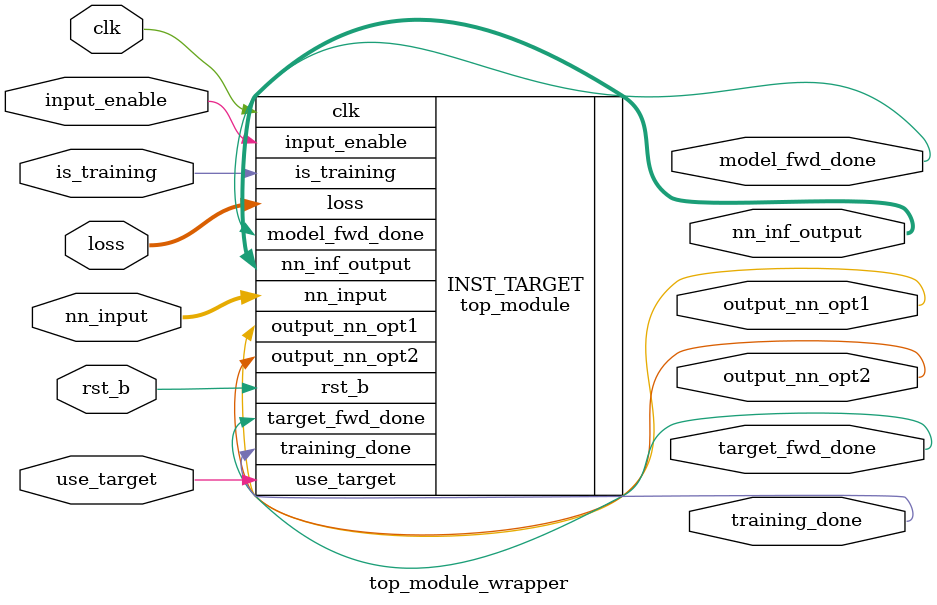
<source format=v>


`timescale 1ns/1ps

module top_module_wrapper #(
  parameter DATA_WIDTH = 16,
  parameter COUNT = 128,
  parameter NEURON_INPUT_LAYER = 10,
  parameter NEURON_LAYER1 = 128,
  parameter NEURON_LAYER2 = 128,
  parameter NEURON_LAYER3 = 128,
  parameter NEURON_LAYER4 = 128,
  parameter NEURON_LAYER5 = 128,
  parameter NEURON_OUTPUT_LAYER = 30,
  parameter LAYER_COUNT = 5,
  parameter MAX_WT_HEIGHT = 512,
  parameter MAX_WT_ADDR_BITS = $clog2(MAX_WT_HEIGHT),
  parameter MAX_BIAS_HEIGHT = 4,
  parameter MAX_BIAS_ADDR_BITS = $clog2(MAX_BIAS_HEIGHT),
  parameter MAX_INT_OP_HEIGHT = 4,
  parameter MAX_INT_OP_ADDR_BITS = $clog2(MAX_INT_OP_HEIGHT))(
  input 				                            clk,
  input 				                            rst_b,
  input                                             is_training,
  input                                             input_enable,
  input [DATA_WIDTH-1:0]                            loss,
  input [(NEURON_INPUT_LAYER*DATA_WIDTH)-1:0]       nn_input,
  input                                             use_target,
  output 	                                        target_fwd_done,
  output                                            model_fwd_done,
  output                                            training_done,
  output [(NEURON_OUTPUT_LAYER*DATA_WIDTH)-1:0]     nn_inf_output,
  output                                            output_nn_opt1,
  output                                            output_nn_opt2
   );



//---------------------------------------------------------------------------------------
// Module Instantiations
//---------------------------------------------------------------------------------------


top_module
 #(
.DATA_WIDTH(DATA_WIDTH),
.COUNT(COUNT),
.NEURON_INPUT_LAYER(NEURON_INPUT_LAYER),
.NEURON_OUTPUT_LAYER(NEURON_OUTPUT_LAYER),
.NEURON_LAYER1(NEURON_LAYER1),
.NEURON_LAYER2(NEURON_LAYER2),
.MAX_WT_HEIGHT(MAX_WT_HEIGHT),
.NEURON_LAYER3(NEURON_LAYER3),
.NEURON_LAYER4(NEURON_LAYER4),
.NEURON_LAYER5(NEURON_LAYER5)) 
INST_TARGET (.clk(clk),
.nn_input(nn_input),
.rst_b(rst_b),
.use_target(use_target),
.input_enable(input_enable),
.target_fwd_done(target_fwd_done),
.model_fwd_done(model_fwd_done),
.training_done(training_done),
.is_training(is_training),
.loss(loss),
.output_nn_opt1(output_nn_opt1),
.output_nn_opt2(output_nn_opt2),
.nn_inf_output(nn_inf_output)
);

                 
endmodule


</source>
